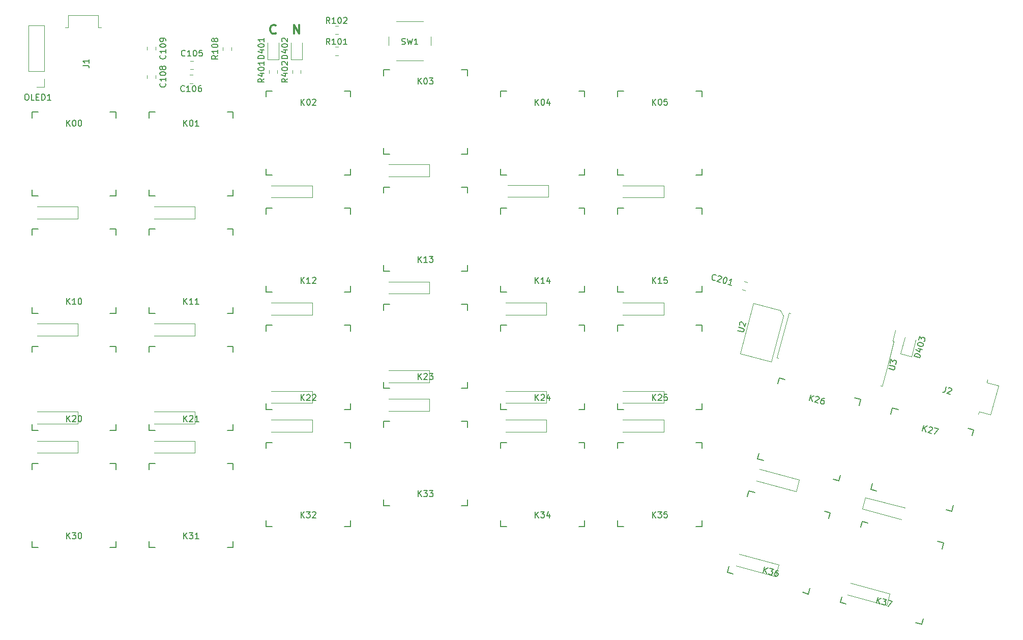
<source format=gto>
G04 #@! TF.GenerationSoftware,KiCad,Pcbnew,(5.1.4)-1*
G04 #@! TF.CreationDate,2020-05-29T20:33:55-05:00*
G04 #@! TF.ProjectId,Keeb,4b656562-2e6b-4696-9361-645f70636258,rev?*
G04 #@! TF.SameCoordinates,Original*
G04 #@! TF.FileFunction,Legend,Top*
G04 #@! TF.FilePolarity,Positive*
%FSLAX46Y46*%
G04 Gerber Fmt 4.6, Leading zero omitted, Abs format (unit mm)*
G04 Created by KiCad (PCBNEW (5.1.4)-1) date 2020-05-29 20:33:55*
%MOMM*%
%LPD*%
G04 APERTURE LIST*
%ADD10C,0.300000*%
%ADD11C,0.150000*%
%ADD12C,0.120000*%
G04 APERTURE END LIST*
D10*
X242360319Y-34922105D02*
X242360319Y-33422105D01*
X243217462Y-34922105D01*
X243217462Y-33422105D01*
X239353176Y-34779248D02*
X239281748Y-34850676D01*
X239067462Y-34922105D01*
X238924605Y-34922105D01*
X238710319Y-34850676D01*
X238567462Y-34707819D01*
X238496033Y-34564962D01*
X238424605Y-34279248D01*
X238424605Y-34064962D01*
X238496033Y-33779248D01*
X238567462Y-33636391D01*
X238710319Y-33493534D01*
X238924605Y-33422105D01*
X239067462Y-33422105D01*
X239281748Y-33493534D01*
X239353176Y-33564962D01*
D11*
X218238891Y-61913534D02*
X218238891Y-60913534D01*
X219238891Y-61913534D02*
X218238891Y-61913534D01*
X218238891Y-47913534D02*
X219238891Y-47913534D01*
X218238891Y-48913534D02*
X218238891Y-47913534D01*
X232238891Y-47913534D02*
X232238891Y-48913534D01*
X231238891Y-47913534D02*
X232238891Y-47913534D01*
X232238891Y-61913534D02*
X231238891Y-61913534D01*
X232238891Y-60913534D02*
X232238891Y-61913534D01*
D12*
X277896215Y-62097120D02*
X284696215Y-62097120D01*
X284696215Y-62097120D02*
X284696215Y-60097120D01*
X284696215Y-60097120D02*
X277896215Y-60097120D01*
X357664122Y-92939453D02*
X357793531Y-92456490D01*
X356370026Y-97769082D02*
X356240617Y-98252045D01*
X359595973Y-93457091D02*
X357664122Y-92939453D01*
X358301878Y-98286720D02*
X359595973Y-93457091D01*
X356370026Y-97769082D02*
X358301878Y-98286720D01*
X204798892Y-33867120D02*
X204298892Y-33867120D01*
X209798892Y-33867120D02*
X210298892Y-33867120D01*
X204798892Y-31867120D02*
X204798892Y-33867120D01*
X209798892Y-31867120D02*
X204798892Y-31867120D01*
X209798892Y-33867120D02*
X209798892Y-31867120D01*
X200828891Y-43763534D02*
X199498891Y-43763534D01*
X200828891Y-42433534D02*
X200828891Y-43763534D01*
X200828891Y-41163534D02*
X198168891Y-41163534D01*
X198168891Y-41163534D02*
X198168891Y-33483534D01*
X200828891Y-41163534D02*
X200828891Y-33483534D01*
X200828891Y-33483534D02*
X198168891Y-33483534D01*
X334448776Y-128292705D02*
X341017072Y-130052675D01*
X341017072Y-130052675D02*
X341534710Y-128120823D01*
X341534710Y-128120823D02*
X334966414Y-126360854D01*
X315923777Y-123417707D02*
X322492073Y-125177677D01*
X322492073Y-125177677D02*
X323009711Y-123245825D01*
X323009711Y-123245825D02*
X316441415Y-121485856D01*
X297078892Y-101163665D02*
X303878892Y-101163665D01*
X303878892Y-101163665D02*
X303878892Y-99163665D01*
X303878892Y-99163665D02*
X297078892Y-99163665D01*
X277578891Y-101163667D02*
X284378891Y-101163667D01*
X284378891Y-101163667D02*
X284378891Y-99163667D01*
X284378891Y-99163667D02*
X277578891Y-99163667D01*
X258078891Y-97663667D02*
X264878891Y-97663667D01*
X264878891Y-97663667D02*
X264878891Y-95663667D01*
X264878891Y-95663667D02*
X258078891Y-95663667D01*
X238578891Y-101163666D02*
X245378891Y-101163666D01*
X245378891Y-101163666D02*
X245378891Y-99163666D01*
X245378891Y-99163666D02*
X238578891Y-99163666D01*
X219078891Y-104663534D02*
X225878891Y-104663534D01*
X225878891Y-104663534D02*
X225878891Y-102663534D01*
X225878891Y-102663534D02*
X219078891Y-102663534D01*
X199578891Y-104663533D02*
X206378891Y-104663533D01*
X206378891Y-104663533D02*
X206378891Y-102663533D01*
X206378891Y-102663533D02*
X199578891Y-102663533D01*
X344006205Y-113817588D02*
X337437909Y-112057618D01*
X337437909Y-112057618D02*
X336920271Y-113989470D01*
X336920271Y-113989470D02*
X343488567Y-115749439D01*
X319336276Y-109280206D02*
X325904572Y-111040176D01*
X325904572Y-111040176D02*
X326422210Y-109108324D01*
X326422210Y-109108324D02*
X319853914Y-107348355D01*
X297076391Y-96376034D02*
X303876391Y-96376034D01*
X303876391Y-96376034D02*
X303876391Y-94376034D01*
X303876391Y-94376034D02*
X297076391Y-94376034D01*
X277576392Y-96376032D02*
X284376392Y-96376032D01*
X284376392Y-96376032D02*
X284376392Y-94376032D01*
X284376392Y-94376032D02*
X277576392Y-94376032D01*
X258076391Y-92963534D02*
X264876391Y-92963534D01*
X264876391Y-92963534D02*
X264876391Y-90963534D01*
X264876391Y-90963534D02*
X258076391Y-90963534D01*
X238576393Y-96376034D02*
X245376393Y-96376034D01*
X245376393Y-96376034D02*
X245376393Y-94376034D01*
X245376393Y-94376034D02*
X238576393Y-94376034D01*
X219076392Y-99788532D02*
X225876392Y-99788532D01*
X225876392Y-99788532D02*
X225876392Y-97788532D01*
X225876392Y-97788532D02*
X219076392Y-97788532D01*
X199576391Y-99788533D02*
X206376391Y-99788533D01*
X206376391Y-99788533D02*
X206376391Y-97788533D01*
X206376391Y-97788533D02*
X199576391Y-97788533D01*
X297078891Y-81663667D02*
X303878891Y-81663667D01*
X303878891Y-81663667D02*
X303878891Y-79663667D01*
X303878891Y-79663667D02*
X297078891Y-79663667D01*
X277578891Y-81663667D02*
X284378891Y-81663667D01*
X284378891Y-81663667D02*
X284378891Y-79663667D01*
X284378891Y-79663667D02*
X277578891Y-79663667D01*
X258078893Y-78163667D02*
X264878893Y-78163667D01*
X264878893Y-78163667D02*
X264878893Y-76163667D01*
X264878893Y-76163667D02*
X258078893Y-76163667D01*
X238578892Y-81663667D02*
X245378892Y-81663667D01*
X245378892Y-81663667D02*
X245378892Y-79663667D01*
X245378892Y-79663667D02*
X238578892Y-79663667D01*
X219078891Y-85163532D02*
X225878891Y-85163532D01*
X225878891Y-85163532D02*
X225878891Y-83163532D01*
X225878891Y-83163532D02*
X219078891Y-83163532D01*
X199578891Y-85163534D02*
X206378891Y-85163534D01*
X206378891Y-85163534D02*
X206378891Y-83163534D01*
X206378891Y-83163534D02*
X199578891Y-83163534D01*
X297078891Y-62163667D02*
X303878891Y-62163667D01*
X303878891Y-62163667D02*
X303878891Y-60163667D01*
X303878891Y-60163667D02*
X297078891Y-60163667D01*
X258078891Y-58663666D02*
X264878891Y-58663666D01*
X264878891Y-58663666D02*
X264878891Y-56663666D01*
X264878891Y-56663666D02*
X258078891Y-56663666D01*
X238578891Y-62163665D02*
X245378891Y-62163665D01*
X245378891Y-62163665D02*
X245378891Y-60163665D01*
X245378891Y-60163665D02*
X238578891Y-60163665D01*
X219078891Y-65663534D02*
X225878891Y-65663534D01*
X225878891Y-65663534D02*
X225878891Y-63663534D01*
X225878891Y-63663534D02*
X219078891Y-63663534D01*
X199576391Y-65663535D02*
X206376391Y-65663535D01*
X206376391Y-65663535D02*
X206376391Y-63663535D01*
X206376391Y-63663535D02*
X199576391Y-63663535D01*
D11*
X350447332Y-119667566D02*
X350188513Y-120633491D01*
X349481406Y-119408746D02*
X350447332Y-119667566D01*
X346823865Y-133190527D02*
X345857940Y-132931708D01*
X347082685Y-132224601D02*
X346823865Y-133190527D01*
X333300904Y-129567060D02*
X333559723Y-128601135D01*
X334266830Y-129825880D02*
X333300904Y-129567060D01*
X336924371Y-116044099D02*
X337890296Y-116302918D01*
X336665551Y-117010025D02*
X336924371Y-116044099D01*
X331611779Y-114620594D02*
X331352960Y-115586519D01*
X330645853Y-114361774D02*
X331611779Y-114620594D01*
X327988312Y-128143555D02*
X327022387Y-127884736D01*
X328247132Y-127177629D02*
X327988312Y-128143555D01*
X314465351Y-124520088D02*
X314724170Y-123554163D01*
X315431277Y-124778908D02*
X314465351Y-124520088D01*
X318088818Y-110997127D02*
X319054743Y-111255946D01*
X317829998Y-111963053D02*
X318088818Y-110997127D01*
X310238893Y-102913667D02*
X310238893Y-103913667D01*
X309238893Y-102913667D02*
X310238893Y-102913667D01*
X310238893Y-116913667D02*
X309238893Y-116913667D01*
X310238893Y-115913667D02*
X310238893Y-116913667D01*
X296238893Y-116913667D02*
X296238893Y-115913667D01*
X297238893Y-116913667D02*
X296238893Y-116913667D01*
X296238893Y-102913667D02*
X297238893Y-102913667D01*
X296238893Y-103913667D02*
X296238893Y-102913667D01*
X290738891Y-102913667D02*
X290738891Y-103913667D01*
X289738891Y-102913667D02*
X290738891Y-102913667D01*
X290738891Y-116913667D02*
X289738891Y-116913667D01*
X290738891Y-115913667D02*
X290738891Y-116913667D01*
X276738891Y-116913667D02*
X276738891Y-115913667D01*
X277738891Y-116913667D02*
X276738891Y-116913667D01*
X276738891Y-102913667D02*
X277738891Y-102913667D01*
X276738891Y-103913667D02*
X276738891Y-102913667D01*
X271238891Y-99413667D02*
X271238891Y-100413667D01*
X270238891Y-99413667D02*
X271238891Y-99413667D01*
X271238891Y-113413667D02*
X270238891Y-113413667D01*
X271238891Y-112413667D02*
X271238891Y-113413667D01*
X257238891Y-113413667D02*
X257238891Y-112413667D01*
X258238891Y-113413667D02*
X257238891Y-113413667D01*
X257238891Y-99413667D02*
X258238891Y-99413667D01*
X257238891Y-100413667D02*
X257238891Y-99413667D01*
X251738891Y-102913665D02*
X251738891Y-103913665D01*
X250738891Y-102913665D02*
X251738891Y-102913665D01*
X251738891Y-116913665D02*
X250738891Y-116913665D01*
X251738891Y-115913665D02*
X251738891Y-116913665D01*
X237738891Y-116913665D02*
X237738891Y-115913665D01*
X238738891Y-116913665D02*
X237738891Y-116913665D01*
X237738891Y-102913665D02*
X238738891Y-102913665D01*
X237738891Y-103913665D02*
X237738891Y-102913665D01*
X232238891Y-106413534D02*
X232238891Y-107413534D01*
X231238891Y-106413534D02*
X232238891Y-106413534D01*
X232238891Y-120413534D02*
X231238891Y-120413534D01*
X232238891Y-119413534D02*
X232238891Y-120413534D01*
X218238891Y-120413534D02*
X218238891Y-119413534D01*
X219238891Y-120413534D02*
X218238891Y-120413534D01*
X218238891Y-106413534D02*
X219238891Y-106413534D01*
X218238891Y-107413534D02*
X218238891Y-106413534D01*
X212738891Y-106413534D02*
X212738891Y-107413534D01*
X211738891Y-106413534D02*
X212738891Y-106413534D01*
X212738891Y-120413534D02*
X211738891Y-120413534D01*
X212738891Y-119413534D02*
X212738891Y-120413534D01*
X198738891Y-120413534D02*
X198738891Y-119413534D01*
X199738891Y-120413534D02*
X198738891Y-120413534D01*
X198738891Y-106413534D02*
X199738891Y-106413534D01*
X198738891Y-107413534D02*
X198738891Y-106413534D01*
X338347876Y-110731507D02*
X338606695Y-109765582D01*
X339313802Y-110990327D02*
X338347876Y-110731507D01*
X341971343Y-97208546D02*
X342937268Y-97467365D01*
X341712523Y-98174472D02*
X341971343Y-97208546D01*
X355494304Y-100832013D02*
X355235485Y-101797938D01*
X354528378Y-100573193D02*
X355494304Y-100832013D01*
X351870837Y-114354974D02*
X350904912Y-114096155D01*
X352129657Y-113389048D02*
X351870837Y-114354974D01*
X319512322Y-105684536D02*
X319771141Y-104718611D01*
X320478248Y-105943356D02*
X319512322Y-105684536D01*
X323135789Y-92161575D02*
X324101714Y-92420394D01*
X322876969Y-93127501D02*
X323135789Y-92161575D01*
X336658750Y-95785042D02*
X336399931Y-96750967D01*
X335692824Y-95526222D02*
X336658750Y-95785042D01*
X333035283Y-109308003D02*
X332069358Y-109049184D01*
X333294103Y-108342077D02*
X333035283Y-109308003D01*
X310238891Y-83413667D02*
X310238891Y-84413667D01*
X309238891Y-83413667D02*
X310238891Y-83413667D01*
X310238891Y-97413667D02*
X309238891Y-97413667D01*
X310238891Y-96413667D02*
X310238891Y-97413667D01*
X296238891Y-97413667D02*
X296238891Y-96413667D01*
X297238891Y-97413667D02*
X296238891Y-97413667D01*
X296238891Y-83413667D02*
X297238891Y-83413667D01*
X296238891Y-84413667D02*
X296238891Y-83413667D01*
X290738893Y-83413667D02*
X290738893Y-84413667D01*
X289738893Y-83413667D02*
X290738893Y-83413667D01*
X290738893Y-97413667D02*
X289738893Y-97413667D01*
X290738893Y-96413667D02*
X290738893Y-97413667D01*
X276738893Y-97413667D02*
X276738893Y-96413667D01*
X277738893Y-97413667D02*
X276738893Y-97413667D01*
X276738893Y-83413667D02*
X277738893Y-83413667D01*
X276738893Y-84413667D02*
X276738893Y-83413667D01*
X271238889Y-79913667D02*
X271238889Y-80913667D01*
X270238889Y-79913667D02*
X271238889Y-79913667D01*
X271238889Y-93913667D02*
X270238889Y-93913667D01*
X271238889Y-92913667D02*
X271238889Y-93913667D01*
X257238889Y-93913667D02*
X257238889Y-92913667D01*
X258238889Y-93913667D02*
X257238889Y-93913667D01*
X257238889Y-79913667D02*
X258238889Y-79913667D01*
X257238889Y-80913667D02*
X257238889Y-79913667D01*
X251738891Y-83413667D02*
X251738891Y-84413667D01*
X250738891Y-83413667D02*
X251738891Y-83413667D01*
X251738891Y-97413667D02*
X250738891Y-97413667D01*
X251738891Y-96413667D02*
X251738891Y-97413667D01*
X237738891Y-97413667D02*
X237738891Y-96413667D01*
X238738891Y-97413667D02*
X237738891Y-97413667D01*
X237738891Y-83413667D02*
X238738891Y-83413667D01*
X237738891Y-84413667D02*
X237738891Y-83413667D01*
X232238891Y-86913534D02*
X232238891Y-87913534D01*
X231238891Y-86913534D02*
X232238891Y-86913534D01*
X232238891Y-100913534D02*
X231238891Y-100913534D01*
X232238891Y-99913534D02*
X232238891Y-100913534D01*
X218238891Y-100913534D02*
X218238891Y-99913534D01*
X219238891Y-100913534D02*
X218238891Y-100913534D01*
X218238891Y-86913534D02*
X219238891Y-86913534D01*
X218238891Y-87913534D02*
X218238891Y-86913534D01*
X212738891Y-86913532D02*
X212738891Y-87913532D01*
X211738891Y-86913532D02*
X212738891Y-86913532D01*
X212738891Y-100913532D02*
X211738891Y-100913532D01*
X212738891Y-99913532D02*
X212738891Y-100913532D01*
X198738891Y-100913532D02*
X198738891Y-99913532D01*
X199738891Y-100913532D02*
X198738891Y-100913532D01*
X198738891Y-86913532D02*
X199738891Y-86913532D01*
X198738891Y-87913532D02*
X198738891Y-86913532D01*
X310238891Y-63913667D02*
X310238891Y-64913667D01*
X309238891Y-63913667D02*
X310238891Y-63913667D01*
X310238891Y-77913667D02*
X309238891Y-77913667D01*
X310238891Y-76913667D02*
X310238891Y-77913667D01*
X296238891Y-77913667D02*
X296238891Y-76913667D01*
X297238891Y-77913667D02*
X296238891Y-77913667D01*
X296238891Y-63913667D02*
X297238891Y-63913667D01*
X296238891Y-64913667D02*
X296238891Y-63913667D01*
X290738891Y-63913665D02*
X290738891Y-64913665D01*
X289738891Y-63913665D02*
X290738891Y-63913665D01*
X290738891Y-77913665D02*
X289738891Y-77913665D01*
X290738891Y-76913665D02*
X290738891Y-77913665D01*
X276738891Y-77913665D02*
X276738891Y-76913665D01*
X277738891Y-77913665D02*
X276738891Y-77913665D01*
X276738891Y-63913665D02*
X277738891Y-63913665D01*
X276738891Y-64913665D02*
X276738891Y-63913665D01*
X271238892Y-60413665D02*
X271238892Y-61413665D01*
X270238892Y-60413665D02*
X271238892Y-60413665D01*
X271238892Y-74413665D02*
X270238892Y-74413665D01*
X271238892Y-73413665D02*
X271238892Y-74413665D01*
X257238892Y-74413665D02*
X257238892Y-73413665D01*
X258238892Y-74413665D02*
X257238892Y-74413665D01*
X257238892Y-60413665D02*
X258238892Y-60413665D01*
X257238892Y-61413665D02*
X257238892Y-60413665D01*
X251738891Y-63913667D02*
X251738891Y-64913667D01*
X250738891Y-63913667D02*
X251738891Y-63913667D01*
X251738891Y-77913667D02*
X250738891Y-77913667D01*
X251738891Y-76913667D02*
X251738891Y-77913667D01*
X237738891Y-77913667D02*
X237738891Y-76913667D01*
X238738891Y-77913667D02*
X237738891Y-77913667D01*
X237738891Y-63913667D02*
X238738891Y-63913667D01*
X237738891Y-64913667D02*
X237738891Y-63913667D01*
X232238892Y-67413532D02*
X232238892Y-68413532D01*
X231238892Y-67413532D02*
X232238892Y-67413532D01*
X232238892Y-81413532D02*
X231238892Y-81413532D01*
X232238892Y-80413532D02*
X232238892Y-81413532D01*
X218238892Y-81413532D02*
X218238892Y-80413532D01*
X219238892Y-81413532D02*
X218238892Y-81413532D01*
X218238892Y-67413532D02*
X219238892Y-67413532D01*
X218238892Y-68413532D02*
X218238892Y-67413532D01*
X212738891Y-67413534D02*
X212738891Y-68413534D01*
X211738891Y-67413534D02*
X212738891Y-67413534D01*
X212738891Y-81413534D02*
X211738891Y-81413534D01*
X212738891Y-80413534D02*
X212738891Y-81413534D01*
X198738891Y-81413534D02*
X198738891Y-80413534D01*
X199738891Y-81413534D02*
X198738891Y-81413534D01*
X198738891Y-67413534D02*
X199738891Y-67413534D01*
X198738891Y-68413534D02*
X198738891Y-67413534D01*
X296238891Y-58413665D02*
X296238891Y-57413665D01*
X297238891Y-58413665D02*
X296238891Y-58413665D01*
X296238891Y-44413665D02*
X297238891Y-44413665D01*
X296238891Y-45413665D02*
X296238891Y-44413665D01*
X310238891Y-44413665D02*
X310238891Y-45413665D01*
X309238891Y-44413665D02*
X310238891Y-44413665D01*
X310238891Y-58413665D02*
X309238891Y-58413665D01*
X310238891Y-57413665D02*
X310238891Y-58413665D01*
X276738891Y-58413667D02*
X276738891Y-57413667D01*
X277738891Y-58413667D02*
X276738891Y-58413667D01*
X276738891Y-44413667D02*
X277738891Y-44413667D01*
X276738891Y-45413667D02*
X276738891Y-44413667D01*
X290738891Y-44413667D02*
X290738891Y-45413667D01*
X289738891Y-44413667D02*
X290738891Y-44413667D01*
X290738891Y-58413667D02*
X289738891Y-58413667D01*
X290738891Y-57413667D02*
X290738891Y-58413667D01*
X257238893Y-54913666D02*
X257238893Y-53913666D01*
X258238893Y-54913666D02*
X257238893Y-54913666D01*
X257238893Y-40913666D02*
X258238893Y-40913666D01*
X257238893Y-41913666D02*
X257238893Y-40913666D01*
X271238893Y-40913666D02*
X271238893Y-41913666D01*
X270238893Y-40913666D02*
X271238893Y-40913666D01*
X271238893Y-54913666D02*
X270238893Y-54913666D01*
X271238893Y-53913666D02*
X271238893Y-54913666D01*
X237738891Y-58413667D02*
X237738891Y-57413667D01*
X238738891Y-58413667D02*
X237738891Y-58413667D01*
X237738891Y-44413667D02*
X238738891Y-44413667D01*
X237738891Y-45413667D02*
X237738891Y-44413667D01*
X251738891Y-44413667D02*
X251738891Y-45413667D01*
X250738891Y-44413667D02*
X251738891Y-44413667D01*
X251738891Y-58413667D02*
X250738891Y-58413667D01*
X251738891Y-57413667D02*
X251738891Y-58413667D01*
X198738890Y-61913666D02*
X198738890Y-60913666D01*
X199738890Y-61913666D02*
X198738890Y-61913666D01*
X198738890Y-47913666D02*
X199738890Y-47913666D01*
X198738890Y-48913666D02*
X198738890Y-47913666D01*
X212738890Y-47913666D02*
X212738890Y-48913666D01*
X211738890Y-47913666D02*
X212738890Y-47913666D01*
X212738890Y-61913666D02*
X211738890Y-61913666D01*
X212738890Y-60913666D02*
X212738890Y-61913666D01*
D12*
X323722190Y-85121760D02*
X322723148Y-88850234D01*
X322723148Y-88850234D02*
X322959800Y-88913645D01*
X323722190Y-85121760D02*
X324721232Y-81393287D01*
X324721232Y-81393287D02*
X324957883Y-81456697D01*
X341224766Y-89811562D02*
X340225724Y-93540035D01*
X340225724Y-93540035D02*
X339989073Y-93476625D01*
X341224766Y-89811562D02*
X342223808Y-86083088D01*
X342223808Y-86083088D02*
X341987156Y-86019677D01*
X341987156Y-86019677D02*
X342456912Y-84266522D01*
X323283735Y-80904581D02*
X323849420Y-81884377D01*
X323849420Y-81884377D02*
X321804750Y-89515191D01*
X321804750Y-89515191D02*
X316579091Y-88114980D01*
X316579091Y-88114980D02*
X318830816Y-79711425D01*
X318830816Y-79711425D02*
X323283735Y-80904581D01*
X265138891Y-36853534D02*
X265138891Y-35353534D01*
X263888891Y-32853534D02*
X259388891Y-32853534D01*
X258138891Y-35353534D02*
X258138891Y-36853534D01*
X259388891Y-39353534D02*
X263888891Y-39353534D01*
X242078892Y-41002282D02*
X242078892Y-41524786D01*
X243498892Y-41002282D02*
X243498892Y-41524786D01*
X238178892Y-41002280D02*
X238178892Y-41524784D01*
X239598892Y-41002280D02*
X239598892Y-41524784D01*
X230503715Y-37143368D02*
X230503715Y-37665872D01*
X231923715Y-37143368D02*
X231923715Y-37665872D01*
X249184963Y-34994620D02*
X249707467Y-34994620D01*
X249184963Y-33574620D02*
X249707467Y-33574620D01*
X249707467Y-38504620D02*
X249184963Y-38504620D01*
X249707467Y-37084620D02*
X249184963Y-37084620D01*
X345122276Y-88646122D02*
X345862499Y-85883574D01*
X343267699Y-88149190D02*
X345122276Y-88646122D01*
X344007921Y-85386642D02*
X343267699Y-88149190D01*
X243748891Y-39223532D02*
X243748891Y-36363532D01*
X241828891Y-39223532D02*
X243748891Y-39223532D01*
X241828891Y-36363532D02*
X241828891Y-39223532D01*
X239848892Y-39223533D02*
X239848892Y-36363533D01*
X237928892Y-39223533D02*
X239848892Y-39223533D01*
X237928892Y-36363533D02*
X237928892Y-39223533D01*
X317441492Y-77626454D02*
X316936791Y-77491220D01*
X317809015Y-76254840D02*
X317304314Y-76119606D01*
X219318891Y-37624786D02*
X219318891Y-37102282D01*
X217898891Y-37624786D02*
X217898891Y-37102282D01*
X217898891Y-41782282D02*
X217898891Y-42304786D01*
X219318891Y-41782282D02*
X219318891Y-42304786D01*
X225500143Y-41723534D02*
X224977639Y-41723534D01*
X225500143Y-43143534D02*
X224977639Y-43143534D01*
X225102463Y-40844620D02*
X225624967Y-40844620D01*
X225102463Y-39424620D02*
X225624967Y-39424620D01*
D11*
X224024605Y-50285914D02*
X224024605Y-49285914D01*
X224596033Y-50285914D02*
X224167462Y-49714486D01*
X224596033Y-49285914D02*
X224024605Y-49857343D01*
X225215081Y-49285914D02*
X225310319Y-49285914D01*
X225405557Y-49333534D01*
X225453176Y-49381153D01*
X225500795Y-49476391D01*
X225548414Y-49666867D01*
X225548414Y-49904962D01*
X225500795Y-50095438D01*
X225453176Y-50190676D01*
X225405557Y-50238295D01*
X225310319Y-50285914D01*
X225215081Y-50285914D01*
X225119843Y-50238295D01*
X225072224Y-50190676D01*
X225024605Y-50095438D01*
X224976986Y-49904962D01*
X224976986Y-49666867D01*
X225024605Y-49476391D01*
X225072224Y-49381153D01*
X225119843Y-49333534D01*
X225215081Y-49285914D01*
X226500795Y-50285914D02*
X225929367Y-50285914D01*
X226215081Y-50285914D02*
X226215081Y-49285914D01*
X226119843Y-49428772D01*
X226024605Y-49524010D01*
X225929367Y-49571629D01*
X350911867Y-93669083D02*
X350726997Y-94359030D01*
X350644026Y-94484695D01*
X350527384Y-94552038D01*
X350377070Y-94561061D01*
X350285077Y-94536411D01*
X351301186Y-93871998D02*
X351359507Y-93838327D01*
X351463825Y-93816980D01*
X351693807Y-93878603D01*
X351773476Y-93949249D01*
X351807147Y-94007570D01*
X351828494Y-94111888D01*
X351803845Y-94203881D01*
X351720874Y-94329546D01*
X351021020Y-94733607D01*
X351618974Y-94893828D01*
X207251272Y-40200453D02*
X207965558Y-40200453D01*
X208108415Y-40248072D01*
X208203653Y-40343310D01*
X208251272Y-40486167D01*
X208251272Y-40581405D01*
X208251272Y-39200453D02*
X208251272Y-39771881D01*
X208251272Y-39486167D02*
X207251272Y-39486167D01*
X207394130Y-39581405D01*
X207489368Y-39676643D01*
X207536987Y-39771881D01*
X197792643Y-44949500D02*
X197983119Y-44949500D01*
X198078357Y-44997120D01*
X198173595Y-45092358D01*
X198221215Y-45282834D01*
X198221215Y-45616167D01*
X198173595Y-45806643D01*
X198078357Y-45901881D01*
X197983119Y-45949500D01*
X197792643Y-45949500D01*
X197697405Y-45901881D01*
X197602167Y-45806643D01*
X197554548Y-45616167D01*
X197554548Y-45282834D01*
X197602167Y-45092358D01*
X197697405Y-44997120D01*
X197792643Y-44949500D01*
X199125976Y-45949500D02*
X198649786Y-45949500D01*
X198649786Y-44949500D01*
X199459310Y-45425691D02*
X199792643Y-45425691D01*
X199935500Y-45949500D02*
X199459310Y-45949500D01*
X199459310Y-44949500D01*
X199935500Y-44949500D01*
X200364072Y-45949500D02*
X200364072Y-44949500D01*
X200602167Y-44949500D01*
X200745024Y-44997120D01*
X200840262Y-45092358D01*
X200887881Y-45187596D01*
X200935500Y-45378072D01*
X200935500Y-45520929D01*
X200887881Y-45711405D01*
X200840262Y-45806643D01*
X200745024Y-45901881D01*
X200602167Y-45949500D01*
X200364072Y-45949500D01*
X201887881Y-45949500D02*
X201316453Y-45949500D01*
X201602167Y-45949500D02*
X201602167Y-44949500D01*
X201506929Y-45092358D01*
X201411691Y-45187596D01*
X201316453Y-45235215D01*
X339269322Y-129646902D02*
X339528141Y-128680976D01*
X339821279Y-129794798D02*
X339555208Y-129131918D01*
X340080098Y-128828872D02*
X339380244Y-129232933D01*
X340402074Y-128915145D02*
X341000028Y-129075367D01*
X340579455Y-129357066D01*
X340717444Y-129394040D01*
X340797112Y-129464686D01*
X340830784Y-129523007D01*
X340852131Y-129627324D01*
X340790508Y-129857307D01*
X340719862Y-129936975D01*
X340661541Y-129970647D01*
X340557223Y-129991994D01*
X340281244Y-129918045D01*
X340201576Y-129847400D01*
X340167904Y-129789078D01*
X341322003Y-129161640D02*
X341965954Y-129334186D01*
X341293166Y-130189189D01*
X320433769Y-124599930D02*
X320692588Y-123634004D01*
X320985726Y-124747826D02*
X320719655Y-124084946D01*
X321244545Y-123781900D02*
X320544691Y-124185961D01*
X321566521Y-123868173D02*
X322164475Y-124028395D01*
X321743902Y-124310094D01*
X321881891Y-124347068D01*
X321961559Y-124417714D01*
X321995231Y-124476035D01*
X322016578Y-124580352D01*
X321954955Y-124810335D01*
X321884309Y-124890003D01*
X321825988Y-124923675D01*
X321721670Y-124945022D01*
X321445691Y-124871073D01*
X321366023Y-124800428D01*
X321332351Y-124742106D01*
X322992411Y-124250240D02*
X322808425Y-124200941D01*
X322704108Y-124222288D01*
X322645786Y-124255960D01*
X322516819Y-124369300D01*
X322421524Y-124540961D01*
X322322926Y-124908932D01*
X322344273Y-125013250D01*
X322377945Y-125071571D01*
X322457613Y-125142217D01*
X322641599Y-125191516D01*
X322745917Y-125170169D01*
X322804238Y-125136497D01*
X322874884Y-125056829D01*
X322936508Y-124826847D01*
X322915161Y-124722529D01*
X322881489Y-124664208D01*
X322801821Y-124593562D01*
X322617835Y-124544263D01*
X322513517Y-124565610D01*
X322455196Y-124599282D01*
X322384550Y-124678950D01*
X302024607Y-115446047D02*
X302024607Y-114446047D01*
X302596035Y-115446047D02*
X302167464Y-114874619D01*
X302596035Y-114446047D02*
X302024607Y-115017476D01*
X302929369Y-114446047D02*
X303548416Y-114446047D01*
X303215083Y-114827000D01*
X303357940Y-114827000D01*
X303453178Y-114874619D01*
X303500797Y-114922238D01*
X303548416Y-115017476D01*
X303548416Y-115255571D01*
X303500797Y-115350809D01*
X303453178Y-115398428D01*
X303357940Y-115446047D01*
X303072226Y-115446047D01*
X302976988Y-115398428D01*
X302929369Y-115350809D01*
X304453178Y-114446047D02*
X303976988Y-114446047D01*
X303929369Y-114922238D01*
X303976988Y-114874619D01*
X304072226Y-114827000D01*
X304310321Y-114827000D01*
X304405559Y-114874619D01*
X304453178Y-114922238D01*
X304500797Y-115017476D01*
X304500797Y-115255571D01*
X304453178Y-115350809D01*
X304405559Y-115398428D01*
X304310321Y-115446047D01*
X304072226Y-115446047D01*
X303976988Y-115398428D01*
X303929369Y-115350809D01*
X282524605Y-115446047D02*
X282524605Y-114446047D01*
X283096033Y-115446047D02*
X282667462Y-114874619D01*
X283096033Y-114446047D02*
X282524605Y-115017476D01*
X283429367Y-114446047D02*
X284048414Y-114446047D01*
X283715081Y-114827000D01*
X283857938Y-114827000D01*
X283953176Y-114874619D01*
X284000795Y-114922238D01*
X284048414Y-115017476D01*
X284048414Y-115255571D01*
X284000795Y-115350809D01*
X283953176Y-115398428D01*
X283857938Y-115446047D01*
X283572224Y-115446047D01*
X283476986Y-115398428D01*
X283429367Y-115350809D01*
X284905557Y-114779381D02*
X284905557Y-115446047D01*
X284667462Y-114398428D02*
X284429367Y-115112714D01*
X285048414Y-115112714D01*
X263024605Y-111946047D02*
X263024605Y-110946047D01*
X263596033Y-111946047D02*
X263167462Y-111374619D01*
X263596033Y-110946047D02*
X263024605Y-111517476D01*
X263929367Y-110946047D02*
X264548414Y-110946047D01*
X264215081Y-111327000D01*
X264357938Y-111327000D01*
X264453176Y-111374619D01*
X264500795Y-111422238D01*
X264548414Y-111517476D01*
X264548414Y-111755571D01*
X264500795Y-111850809D01*
X264453176Y-111898428D01*
X264357938Y-111946047D01*
X264072224Y-111946047D01*
X263976986Y-111898428D01*
X263929367Y-111850809D01*
X264881748Y-110946047D02*
X265500795Y-110946047D01*
X265167462Y-111327000D01*
X265310319Y-111327000D01*
X265405557Y-111374619D01*
X265453176Y-111422238D01*
X265500795Y-111517476D01*
X265500795Y-111755571D01*
X265453176Y-111850809D01*
X265405557Y-111898428D01*
X265310319Y-111946047D01*
X265024605Y-111946047D01*
X264929367Y-111898428D01*
X264881748Y-111850809D01*
X243524605Y-115446045D02*
X243524605Y-114446045D01*
X244096033Y-115446045D02*
X243667462Y-114874617D01*
X244096033Y-114446045D02*
X243524605Y-115017474D01*
X244429367Y-114446045D02*
X245048414Y-114446045D01*
X244715081Y-114826998D01*
X244857938Y-114826998D01*
X244953176Y-114874617D01*
X245000795Y-114922236D01*
X245048414Y-115017474D01*
X245048414Y-115255569D01*
X245000795Y-115350807D01*
X244953176Y-115398426D01*
X244857938Y-115446045D01*
X244572224Y-115446045D01*
X244476986Y-115398426D01*
X244429367Y-115350807D01*
X245429367Y-114541284D02*
X245476986Y-114493665D01*
X245572224Y-114446045D01*
X245810319Y-114446045D01*
X245905557Y-114493665D01*
X245953176Y-114541284D01*
X246000795Y-114636522D01*
X246000795Y-114731760D01*
X245953176Y-114874617D01*
X245381748Y-115446045D01*
X246000795Y-115446045D01*
X224024605Y-118945914D02*
X224024605Y-117945914D01*
X224596033Y-118945914D02*
X224167462Y-118374486D01*
X224596033Y-117945914D02*
X224024605Y-118517343D01*
X224929367Y-117945914D02*
X225548414Y-117945914D01*
X225215081Y-118326867D01*
X225357938Y-118326867D01*
X225453176Y-118374486D01*
X225500795Y-118422105D01*
X225548414Y-118517343D01*
X225548414Y-118755438D01*
X225500795Y-118850676D01*
X225453176Y-118898295D01*
X225357938Y-118945914D01*
X225072224Y-118945914D01*
X224976986Y-118898295D01*
X224929367Y-118850676D01*
X226500795Y-118945914D02*
X225929367Y-118945914D01*
X226215081Y-118945914D02*
X226215081Y-117945914D01*
X226119843Y-118088772D01*
X226024605Y-118184010D01*
X225929367Y-118231629D01*
X204524605Y-118945914D02*
X204524605Y-117945914D01*
X205096033Y-118945914D02*
X204667462Y-118374486D01*
X205096033Y-117945914D02*
X204524605Y-118517343D01*
X205429367Y-117945914D02*
X206048414Y-117945914D01*
X205715081Y-118326867D01*
X205857938Y-118326867D01*
X205953176Y-118374486D01*
X206000795Y-118422105D01*
X206048414Y-118517343D01*
X206048414Y-118755438D01*
X206000795Y-118850676D01*
X205953176Y-118898295D01*
X205857938Y-118945914D01*
X205572224Y-118945914D01*
X205476986Y-118898295D01*
X205429367Y-118850676D01*
X206667462Y-117945914D02*
X206762700Y-117945914D01*
X206857938Y-117993534D01*
X206905557Y-118041153D01*
X206953176Y-118136391D01*
X207000795Y-118326867D01*
X207000795Y-118564962D01*
X206953176Y-118755438D01*
X206905557Y-118850676D01*
X206857938Y-118898295D01*
X206762700Y-118945914D01*
X206667462Y-118945914D01*
X206572224Y-118898295D01*
X206524605Y-118850676D01*
X206476986Y-118755438D01*
X206429367Y-118564962D01*
X206429367Y-118326867D01*
X206476986Y-118136391D01*
X206524605Y-118041153D01*
X206572224Y-117993534D01*
X206667462Y-117945914D01*
X346945896Y-100997543D02*
X347204715Y-100031617D01*
X347497853Y-101145439D02*
X347231782Y-100482559D01*
X347756672Y-100179513D02*
X347056818Y-100583574D01*
X348099995Y-100370104D02*
X348158316Y-100336432D01*
X348262634Y-100315085D01*
X348492616Y-100376709D01*
X348572284Y-100447355D01*
X348605956Y-100505676D01*
X348627303Y-100609994D01*
X348602653Y-100701987D01*
X348519683Y-100827651D01*
X347819829Y-101231712D01*
X348417783Y-101391934D01*
X348998577Y-100512281D02*
X349642528Y-100684827D01*
X348969740Y-101539830D01*
X328110342Y-95950572D02*
X328369161Y-94984646D01*
X328662299Y-96098468D02*
X328396228Y-95435588D01*
X328921118Y-95132542D02*
X328221264Y-95536603D01*
X329264441Y-95323133D02*
X329322762Y-95289461D01*
X329427080Y-95268114D01*
X329657062Y-95329738D01*
X329736730Y-95400384D01*
X329770402Y-95458705D01*
X329791749Y-95563023D01*
X329767099Y-95655016D01*
X329684129Y-95780680D01*
X328984275Y-96184741D01*
X329582229Y-96344963D01*
X330668984Y-95600882D02*
X330484998Y-95551583D01*
X330380681Y-95572930D01*
X330322359Y-95606602D01*
X330193392Y-95719942D01*
X330098097Y-95891603D01*
X329999499Y-96259574D01*
X330020846Y-96363892D01*
X330054518Y-96422213D01*
X330134186Y-96492859D01*
X330318172Y-96542158D01*
X330422490Y-96520811D01*
X330480811Y-96487139D01*
X330551457Y-96407471D01*
X330613081Y-96177489D01*
X330591734Y-96073171D01*
X330558062Y-96014850D01*
X330478394Y-95944204D01*
X330294408Y-95894905D01*
X330190090Y-95916252D01*
X330131769Y-95949924D01*
X330061123Y-96029592D01*
X302024605Y-95946047D02*
X302024605Y-94946047D01*
X302596033Y-95946047D02*
X302167462Y-95374619D01*
X302596033Y-94946047D02*
X302024605Y-95517476D01*
X302976986Y-95041286D02*
X303024605Y-94993667D01*
X303119843Y-94946047D01*
X303357938Y-94946047D01*
X303453176Y-94993667D01*
X303500795Y-95041286D01*
X303548414Y-95136524D01*
X303548414Y-95231762D01*
X303500795Y-95374619D01*
X302929367Y-95946047D01*
X303548414Y-95946047D01*
X304453176Y-94946047D02*
X303976986Y-94946047D01*
X303929367Y-95422238D01*
X303976986Y-95374619D01*
X304072224Y-95327000D01*
X304310319Y-95327000D01*
X304405557Y-95374619D01*
X304453176Y-95422238D01*
X304500795Y-95517476D01*
X304500795Y-95755571D01*
X304453176Y-95850809D01*
X304405557Y-95898428D01*
X304310319Y-95946047D01*
X304072224Y-95946047D01*
X303976986Y-95898428D01*
X303929367Y-95850809D01*
X282524607Y-95946047D02*
X282524607Y-94946047D01*
X283096035Y-95946047D02*
X282667464Y-95374619D01*
X283096035Y-94946047D02*
X282524607Y-95517476D01*
X283476988Y-95041286D02*
X283524607Y-94993667D01*
X283619845Y-94946047D01*
X283857940Y-94946047D01*
X283953178Y-94993667D01*
X284000797Y-95041286D01*
X284048416Y-95136524D01*
X284048416Y-95231762D01*
X284000797Y-95374619D01*
X283429369Y-95946047D01*
X284048416Y-95946047D01*
X284905559Y-95279381D02*
X284905559Y-95946047D01*
X284667464Y-94898428D02*
X284429369Y-95612714D01*
X285048416Y-95612714D01*
X263024603Y-92446047D02*
X263024603Y-91446047D01*
X263596031Y-92446047D02*
X263167460Y-91874619D01*
X263596031Y-91446047D02*
X263024603Y-92017476D01*
X263976984Y-91541286D02*
X264024603Y-91493667D01*
X264119841Y-91446047D01*
X264357936Y-91446047D01*
X264453174Y-91493667D01*
X264500793Y-91541286D01*
X264548412Y-91636524D01*
X264548412Y-91731762D01*
X264500793Y-91874619D01*
X263929365Y-92446047D01*
X264548412Y-92446047D01*
X264881746Y-91446047D02*
X265500793Y-91446047D01*
X265167460Y-91827000D01*
X265310317Y-91827000D01*
X265405555Y-91874619D01*
X265453174Y-91922238D01*
X265500793Y-92017476D01*
X265500793Y-92255571D01*
X265453174Y-92350809D01*
X265405555Y-92398428D01*
X265310317Y-92446047D01*
X265024603Y-92446047D01*
X264929365Y-92398428D01*
X264881746Y-92350809D01*
X243524605Y-95946047D02*
X243524605Y-94946047D01*
X244096033Y-95946047D02*
X243667462Y-95374619D01*
X244096033Y-94946047D02*
X243524605Y-95517476D01*
X244476986Y-95041286D02*
X244524605Y-94993667D01*
X244619843Y-94946047D01*
X244857938Y-94946047D01*
X244953176Y-94993667D01*
X245000795Y-95041286D01*
X245048414Y-95136524D01*
X245048414Y-95231762D01*
X245000795Y-95374619D01*
X244429367Y-95946047D01*
X245048414Y-95946047D01*
X245429367Y-95041286D02*
X245476986Y-94993667D01*
X245572224Y-94946047D01*
X245810319Y-94946047D01*
X245905557Y-94993667D01*
X245953176Y-95041286D01*
X246000795Y-95136524D01*
X246000795Y-95231762D01*
X245953176Y-95374619D01*
X245381748Y-95946047D01*
X246000795Y-95946047D01*
X224024605Y-99445914D02*
X224024605Y-98445914D01*
X224596033Y-99445914D02*
X224167462Y-98874486D01*
X224596033Y-98445914D02*
X224024605Y-99017343D01*
X224976986Y-98541153D02*
X225024605Y-98493534D01*
X225119843Y-98445914D01*
X225357938Y-98445914D01*
X225453176Y-98493534D01*
X225500795Y-98541153D01*
X225548414Y-98636391D01*
X225548414Y-98731629D01*
X225500795Y-98874486D01*
X224929367Y-99445914D01*
X225548414Y-99445914D01*
X226500795Y-99445914D02*
X225929367Y-99445914D01*
X226215081Y-99445914D02*
X226215081Y-98445914D01*
X226119843Y-98588772D01*
X226024605Y-98684010D01*
X225929367Y-98731629D01*
X204524605Y-99445912D02*
X204524605Y-98445912D01*
X205096033Y-99445912D02*
X204667462Y-98874484D01*
X205096033Y-98445912D02*
X204524605Y-99017341D01*
X205476986Y-98541151D02*
X205524605Y-98493532D01*
X205619843Y-98445912D01*
X205857938Y-98445912D01*
X205953176Y-98493532D01*
X206000795Y-98541151D01*
X206048414Y-98636389D01*
X206048414Y-98731627D01*
X206000795Y-98874484D01*
X205429367Y-99445912D01*
X206048414Y-99445912D01*
X206667462Y-98445912D02*
X206762700Y-98445912D01*
X206857938Y-98493532D01*
X206905557Y-98541151D01*
X206953176Y-98636389D01*
X207000795Y-98826865D01*
X207000795Y-99064960D01*
X206953176Y-99255436D01*
X206905557Y-99350674D01*
X206857938Y-99398293D01*
X206762700Y-99445912D01*
X206667462Y-99445912D01*
X206572224Y-99398293D01*
X206524605Y-99350674D01*
X206476986Y-99255436D01*
X206429367Y-99064960D01*
X206429367Y-98826865D01*
X206476986Y-98636389D01*
X206524605Y-98541151D01*
X206572224Y-98493532D01*
X206667462Y-98445912D01*
X302024605Y-76446047D02*
X302024605Y-75446047D01*
X302596033Y-76446047D02*
X302167462Y-75874619D01*
X302596033Y-75446047D02*
X302024605Y-76017476D01*
X303548414Y-76446047D02*
X302976986Y-76446047D01*
X303262700Y-76446047D02*
X303262700Y-75446047D01*
X303167462Y-75588905D01*
X303072224Y-75684143D01*
X302976986Y-75731762D01*
X304453176Y-75446047D02*
X303976986Y-75446047D01*
X303929367Y-75922238D01*
X303976986Y-75874619D01*
X304072224Y-75827000D01*
X304310319Y-75827000D01*
X304405557Y-75874619D01*
X304453176Y-75922238D01*
X304500795Y-76017476D01*
X304500795Y-76255571D01*
X304453176Y-76350809D01*
X304405557Y-76398428D01*
X304310319Y-76446047D01*
X304072224Y-76446047D01*
X303976986Y-76398428D01*
X303929367Y-76350809D01*
X282524605Y-76446045D02*
X282524605Y-75446045D01*
X283096033Y-76446045D02*
X282667462Y-75874617D01*
X283096033Y-75446045D02*
X282524605Y-76017474D01*
X284048414Y-76446045D02*
X283476986Y-76446045D01*
X283762700Y-76446045D02*
X283762700Y-75446045D01*
X283667462Y-75588903D01*
X283572224Y-75684141D01*
X283476986Y-75731760D01*
X284905557Y-75779379D02*
X284905557Y-76446045D01*
X284667462Y-75398426D02*
X284429367Y-76112712D01*
X285048414Y-76112712D01*
X263024606Y-72946045D02*
X263024606Y-71946045D01*
X263596034Y-72946045D02*
X263167463Y-72374617D01*
X263596034Y-71946045D02*
X263024606Y-72517474D01*
X264548415Y-72946045D02*
X263976987Y-72946045D01*
X264262701Y-72946045D02*
X264262701Y-71946045D01*
X264167463Y-72088903D01*
X264072225Y-72184141D01*
X263976987Y-72231760D01*
X264881749Y-71946045D02*
X265500796Y-71946045D01*
X265167463Y-72326998D01*
X265310320Y-72326998D01*
X265405558Y-72374617D01*
X265453177Y-72422236D01*
X265500796Y-72517474D01*
X265500796Y-72755569D01*
X265453177Y-72850807D01*
X265405558Y-72898426D01*
X265310320Y-72946045D01*
X265024606Y-72946045D01*
X264929368Y-72898426D01*
X264881749Y-72850807D01*
X243524605Y-76446047D02*
X243524605Y-75446047D01*
X244096033Y-76446047D02*
X243667462Y-75874619D01*
X244096033Y-75446047D02*
X243524605Y-76017476D01*
X245048414Y-76446047D02*
X244476986Y-76446047D01*
X244762700Y-76446047D02*
X244762700Y-75446047D01*
X244667462Y-75588905D01*
X244572224Y-75684143D01*
X244476986Y-75731762D01*
X245429367Y-75541286D02*
X245476986Y-75493667D01*
X245572224Y-75446047D01*
X245810319Y-75446047D01*
X245905557Y-75493667D01*
X245953176Y-75541286D01*
X246000795Y-75636524D01*
X246000795Y-75731762D01*
X245953176Y-75874619D01*
X245381748Y-76446047D01*
X246000795Y-76446047D01*
X224024606Y-79945912D02*
X224024606Y-78945912D01*
X224596034Y-79945912D02*
X224167463Y-79374484D01*
X224596034Y-78945912D02*
X224024606Y-79517341D01*
X225548415Y-79945912D02*
X224976987Y-79945912D01*
X225262701Y-79945912D02*
X225262701Y-78945912D01*
X225167463Y-79088770D01*
X225072225Y-79184008D01*
X224976987Y-79231627D01*
X226500796Y-79945912D02*
X225929368Y-79945912D01*
X226215082Y-79945912D02*
X226215082Y-78945912D01*
X226119844Y-79088770D01*
X226024606Y-79184008D01*
X225929368Y-79231627D01*
X204524605Y-79945914D02*
X204524605Y-78945914D01*
X205096033Y-79945914D02*
X204667462Y-79374486D01*
X205096033Y-78945914D02*
X204524605Y-79517343D01*
X206048414Y-79945914D02*
X205476986Y-79945914D01*
X205762700Y-79945914D02*
X205762700Y-78945914D01*
X205667462Y-79088772D01*
X205572224Y-79184010D01*
X205476986Y-79231629D01*
X206667462Y-78945914D02*
X206762700Y-78945914D01*
X206857938Y-78993534D01*
X206905557Y-79041153D01*
X206953176Y-79136391D01*
X207000795Y-79326867D01*
X207000795Y-79564962D01*
X206953176Y-79755438D01*
X206905557Y-79850676D01*
X206857938Y-79898295D01*
X206762700Y-79945914D01*
X206667462Y-79945914D01*
X206572224Y-79898295D01*
X206524605Y-79850676D01*
X206476986Y-79755438D01*
X206429367Y-79564962D01*
X206429367Y-79326867D01*
X206476986Y-79136391D01*
X206524605Y-79041153D01*
X206572224Y-78993534D01*
X206667462Y-78945914D01*
X302024605Y-46786045D02*
X302024605Y-45786045D01*
X302596033Y-46786045D02*
X302167462Y-46214617D01*
X302596033Y-45786045D02*
X302024605Y-46357474D01*
X303215081Y-45786045D02*
X303310319Y-45786045D01*
X303405557Y-45833665D01*
X303453176Y-45881284D01*
X303500795Y-45976522D01*
X303548414Y-46166998D01*
X303548414Y-46405093D01*
X303500795Y-46595569D01*
X303453176Y-46690807D01*
X303405557Y-46738426D01*
X303310319Y-46786045D01*
X303215081Y-46786045D01*
X303119843Y-46738426D01*
X303072224Y-46690807D01*
X303024605Y-46595569D01*
X302976986Y-46405093D01*
X302976986Y-46166998D01*
X303024605Y-45976522D01*
X303072224Y-45881284D01*
X303119843Y-45833665D01*
X303215081Y-45786045D01*
X304453176Y-45786045D02*
X303976986Y-45786045D01*
X303929367Y-46262236D01*
X303976986Y-46214617D01*
X304072224Y-46166998D01*
X304310319Y-46166998D01*
X304405557Y-46214617D01*
X304453176Y-46262236D01*
X304500795Y-46357474D01*
X304500795Y-46595569D01*
X304453176Y-46690807D01*
X304405557Y-46738426D01*
X304310319Y-46786045D01*
X304072224Y-46786045D01*
X303976986Y-46738426D01*
X303929367Y-46690807D01*
X282524605Y-46786047D02*
X282524605Y-45786047D01*
X283096033Y-46786047D02*
X282667462Y-46214619D01*
X283096033Y-45786047D02*
X282524605Y-46357476D01*
X283715081Y-45786047D02*
X283810319Y-45786047D01*
X283905557Y-45833667D01*
X283953176Y-45881286D01*
X284000795Y-45976524D01*
X284048414Y-46167000D01*
X284048414Y-46405095D01*
X284000795Y-46595571D01*
X283953176Y-46690809D01*
X283905557Y-46738428D01*
X283810319Y-46786047D01*
X283715081Y-46786047D01*
X283619843Y-46738428D01*
X283572224Y-46690809D01*
X283524605Y-46595571D01*
X283476986Y-46405095D01*
X283476986Y-46167000D01*
X283524605Y-45976524D01*
X283572224Y-45881286D01*
X283619843Y-45833667D01*
X283715081Y-45786047D01*
X284905557Y-46119381D02*
X284905557Y-46786047D01*
X284667462Y-45738428D02*
X284429367Y-46452714D01*
X285048414Y-46452714D01*
X263024607Y-43286046D02*
X263024607Y-42286046D01*
X263596035Y-43286046D02*
X263167464Y-42714618D01*
X263596035Y-42286046D02*
X263024607Y-42857475D01*
X264215083Y-42286046D02*
X264310321Y-42286046D01*
X264405559Y-42333666D01*
X264453178Y-42381285D01*
X264500797Y-42476523D01*
X264548416Y-42666999D01*
X264548416Y-42905094D01*
X264500797Y-43095570D01*
X264453178Y-43190808D01*
X264405559Y-43238427D01*
X264310321Y-43286046D01*
X264215083Y-43286046D01*
X264119845Y-43238427D01*
X264072226Y-43190808D01*
X264024607Y-43095570D01*
X263976988Y-42905094D01*
X263976988Y-42666999D01*
X264024607Y-42476523D01*
X264072226Y-42381285D01*
X264119845Y-42333666D01*
X264215083Y-42286046D01*
X264881750Y-42286046D02*
X265500797Y-42286046D01*
X265167464Y-42666999D01*
X265310321Y-42666999D01*
X265405559Y-42714618D01*
X265453178Y-42762237D01*
X265500797Y-42857475D01*
X265500797Y-43095570D01*
X265453178Y-43190808D01*
X265405559Y-43238427D01*
X265310321Y-43286046D01*
X265024607Y-43286046D01*
X264929369Y-43238427D01*
X264881750Y-43190808D01*
X243524605Y-46786047D02*
X243524605Y-45786047D01*
X244096033Y-46786047D02*
X243667462Y-46214619D01*
X244096033Y-45786047D02*
X243524605Y-46357476D01*
X244715081Y-45786047D02*
X244810319Y-45786047D01*
X244905557Y-45833667D01*
X244953176Y-45881286D01*
X245000795Y-45976524D01*
X245048414Y-46167000D01*
X245048414Y-46405095D01*
X245000795Y-46595571D01*
X244953176Y-46690809D01*
X244905557Y-46738428D01*
X244810319Y-46786047D01*
X244715081Y-46786047D01*
X244619843Y-46738428D01*
X244572224Y-46690809D01*
X244524605Y-46595571D01*
X244476986Y-46405095D01*
X244476986Y-46167000D01*
X244524605Y-45976524D01*
X244572224Y-45881286D01*
X244619843Y-45833667D01*
X244715081Y-45786047D01*
X245429367Y-45881286D02*
X245476986Y-45833667D01*
X245572224Y-45786047D01*
X245810319Y-45786047D01*
X245905557Y-45833667D01*
X245953176Y-45881286D01*
X246000795Y-45976524D01*
X246000795Y-46071762D01*
X245953176Y-46214619D01*
X245381748Y-46786047D01*
X246000795Y-46786047D01*
X204524604Y-50286046D02*
X204524604Y-49286046D01*
X205096032Y-50286046D02*
X204667461Y-49714618D01*
X205096032Y-49286046D02*
X204524604Y-49857475D01*
X205715080Y-49286046D02*
X205810318Y-49286046D01*
X205905556Y-49333666D01*
X205953175Y-49381285D01*
X206000794Y-49476523D01*
X206048413Y-49666999D01*
X206048413Y-49905094D01*
X206000794Y-50095570D01*
X205953175Y-50190808D01*
X205905556Y-50238427D01*
X205810318Y-50286046D01*
X205715080Y-50286046D01*
X205619842Y-50238427D01*
X205572223Y-50190808D01*
X205524604Y-50095570D01*
X205476985Y-49905094D01*
X205476985Y-49666999D01*
X205524604Y-49476523D01*
X205572223Y-49381285D01*
X205619842Y-49333666D01*
X205715080Y-49286046D01*
X206667461Y-49286046D02*
X206762699Y-49286046D01*
X206857937Y-49333666D01*
X206905556Y-49381285D01*
X206953175Y-49476523D01*
X207000794Y-49666999D01*
X207000794Y-49905094D01*
X206953175Y-50095570D01*
X206905556Y-50190808D01*
X206857937Y-50238427D01*
X206762699Y-50286046D01*
X206667461Y-50286046D01*
X206572223Y-50238427D01*
X206524604Y-50190808D01*
X206476985Y-50095570D01*
X206429366Y-49905094D01*
X206429366Y-49666999D01*
X206476985Y-49476523D01*
X206524604Y-49381285D01*
X206572223Y-49333666D01*
X206667461Y-49286046D01*
X341309989Y-90623179D02*
X342091929Y-90832699D01*
X342196246Y-90811352D01*
X342254567Y-90777680D01*
X342325213Y-90698012D01*
X342374512Y-90514026D01*
X342353165Y-90409708D01*
X342319493Y-90351387D01*
X342239825Y-90280741D01*
X341457885Y-90071221D01*
X341556483Y-89703249D02*
X341716704Y-89105295D01*
X341998403Y-89525868D01*
X342035377Y-89387879D01*
X342106023Y-89308211D01*
X342164344Y-89274539D01*
X342268662Y-89253192D01*
X342498644Y-89314815D01*
X342578312Y-89385461D01*
X342611984Y-89443783D01*
X342633331Y-89548100D01*
X342559383Y-89824079D01*
X342488737Y-89903747D01*
X342430416Y-89937419D01*
X316201228Y-84299062D02*
X316983168Y-84508582D01*
X317087485Y-84487235D01*
X317145806Y-84453563D01*
X317216452Y-84373895D01*
X317265751Y-84189909D01*
X317244404Y-84085591D01*
X317210732Y-84027270D01*
X317131064Y-83956624D01*
X316349124Y-83747104D01*
X316552040Y-83357785D02*
X316518368Y-83299464D01*
X316497021Y-83195147D01*
X316558644Y-82965164D01*
X316629290Y-82885496D01*
X316687612Y-82851824D01*
X316791929Y-82830477D01*
X316883922Y-82855127D01*
X317009587Y-82938097D01*
X317413648Y-83637951D01*
X317573869Y-83039997D01*
X260300381Y-36639381D02*
X260443238Y-36687000D01*
X260681334Y-36687000D01*
X260776572Y-36639381D01*
X260824191Y-36591762D01*
X260871810Y-36496524D01*
X260871810Y-36401286D01*
X260824191Y-36306048D01*
X260776572Y-36258429D01*
X260681334Y-36210810D01*
X260490857Y-36163191D01*
X260395619Y-36115572D01*
X260348000Y-36067953D01*
X260300381Y-35972715D01*
X260300381Y-35877477D01*
X260348000Y-35782239D01*
X260395619Y-35734620D01*
X260490857Y-35687000D01*
X260728953Y-35687000D01*
X260871810Y-35734620D01*
X261205143Y-35687000D02*
X261443238Y-36687000D01*
X261633715Y-35972715D01*
X261824191Y-36687000D01*
X262062286Y-35687000D01*
X262967048Y-36687000D02*
X262395619Y-36687000D01*
X262681334Y-36687000D02*
X262681334Y-35687000D01*
X262586095Y-35829858D01*
X262490857Y-35925096D01*
X262395619Y-35972715D01*
X241291272Y-42382581D02*
X240815082Y-42715914D01*
X241291272Y-42954010D02*
X240291272Y-42954010D01*
X240291272Y-42573057D01*
X240338892Y-42477819D01*
X240386511Y-42430200D01*
X240481749Y-42382581D01*
X240624606Y-42382581D01*
X240719844Y-42430200D01*
X240767463Y-42477819D01*
X240815082Y-42573057D01*
X240815082Y-42954010D01*
X240624606Y-41525438D02*
X241291272Y-41525438D01*
X240243653Y-41763534D02*
X240957939Y-42001629D01*
X240957939Y-41382581D01*
X240291272Y-40811153D02*
X240291272Y-40715914D01*
X240338892Y-40620676D01*
X240386511Y-40573057D01*
X240481749Y-40525438D01*
X240672225Y-40477819D01*
X240910320Y-40477819D01*
X241100796Y-40525438D01*
X241196034Y-40573057D01*
X241243653Y-40620676D01*
X241291272Y-40715914D01*
X241291272Y-40811153D01*
X241243653Y-40906391D01*
X241196034Y-40954010D01*
X241100796Y-41001629D01*
X240910320Y-41049248D01*
X240672225Y-41049248D01*
X240481749Y-41001629D01*
X240386511Y-40954010D01*
X240338892Y-40906391D01*
X240291272Y-40811153D01*
X240386511Y-40096867D02*
X240338892Y-40049248D01*
X240291272Y-39954010D01*
X240291272Y-39715914D01*
X240338892Y-39620676D01*
X240386511Y-39573057D01*
X240481749Y-39525438D01*
X240576987Y-39525438D01*
X240719844Y-39573057D01*
X241291272Y-40144486D01*
X241291272Y-39525438D01*
X237391272Y-42382579D02*
X236915082Y-42715912D01*
X237391272Y-42954008D02*
X236391272Y-42954008D01*
X236391272Y-42573055D01*
X236438892Y-42477817D01*
X236486511Y-42430198D01*
X236581749Y-42382579D01*
X236724606Y-42382579D01*
X236819844Y-42430198D01*
X236867463Y-42477817D01*
X236915082Y-42573055D01*
X236915082Y-42954008D01*
X236724606Y-41525436D02*
X237391272Y-41525436D01*
X236343653Y-41763532D02*
X237057939Y-42001627D01*
X237057939Y-41382579D01*
X236391272Y-40811151D02*
X236391272Y-40715912D01*
X236438892Y-40620674D01*
X236486511Y-40573055D01*
X236581749Y-40525436D01*
X236772225Y-40477817D01*
X237010320Y-40477817D01*
X237200796Y-40525436D01*
X237296034Y-40573055D01*
X237343653Y-40620674D01*
X237391272Y-40715912D01*
X237391272Y-40811151D01*
X237343653Y-40906389D01*
X237296034Y-40954008D01*
X237200796Y-41001627D01*
X237010320Y-41049246D01*
X236772225Y-41049246D01*
X236581749Y-41001627D01*
X236486511Y-40954008D01*
X236438892Y-40906389D01*
X236391272Y-40811151D01*
X237391272Y-39525436D02*
X237391272Y-40096865D01*
X237391272Y-39811151D02*
X236391272Y-39811151D01*
X236534130Y-39906389D01*
X236629368Y-40001627D01*
X236676987Y-40096865D01*
X229675010Y-38523667D02*
X229198820Y-38857000D01*
X229675010Y-39095096D02*
X228675010Y-39095096D01*
X228675010Y-38714143D01*
X228722630Y-38618905D01*
X228770249Y-38571286D01*
X228865487Y-38523667D01*
X229008344Y-38523667D01*
X229103582Y-38571286D01*
X229151201Y-38618905D01*
X229198820Y-38714143D01*
X229198820Y-39095096D01*
X229675010Y-37571286D02*
X229675010Y-38142715D01*
X229675010Y-37857000D02*
X228675010Y-37857000D01*
X228817868Y-37952239D01*
X228913106Y-38047477D01*
X228960725Y-38142715D01*
X228675010Y-36952239D02*
X228675010Y-36857000D01*
X228722630Y-36761762D01*
X228770249Y-36714143D01*
X228865487Y-36666524D01*
X229055963Y-36618905D01*
X229294058Y-36618905D01*
X229484534Y-36666524D01*
X229579772Y-36714143D01*
X229627391Y-36761762D01*
X229675010Y-36857000D01*
X229675010Y-36952239D01*
X229627391Y-37047477D01*
X229579772Y-37095096D01*
X229484534Y-37142715D01*
X229294058Y-37190334D01*
X229055963Y-37190334D01*
X228865487Y-37142715D01*
X228770249Y-37095096D01*
X228722630Y-37047477D01*
X228675010Y-36952239D01*
X229103582Y-36047477D02*
X229055963Y-36142715D01*
X229008344Y-36190334D01*
X228913106Y-36237953D01*
X228865487Y-36237953D01*
X228770249Y-36190334D01*
X228722630Y-36142715D01*
X228675010Y-36047477D01*
X228675010Y-35857000D01*
X228722630Y-35761762D01*
X228770249Y-35714143D01*
X228865487Y-35666524D01*
X228913106Y-35666524D01*
X229008344Y-35714143D01*
X229055963Y-35761762D01*
X229103582Y-35857000D01*
X229103582Y-36047477D01*
X229151201Y-36142715D01*
X229198820Y-36190334D01*
X229294058Y-36237953D01*
X229484534Y-36237953D01*
X229579772Y-36190334D01*
X229627391Y-36142715D01*
X229675010Y-36047477D01*
X229675010Y-35857000D01*
X229627391Y-35761762D01*
X229579772Y-35714143D01*
X229484534Y-35666524D01*
X229294058Y-35666524D01*
X229198820Y-35714143D01*
X229151201Y-35761762D01*
X229103582Y-35857000D01*
X248327167Y-33177000D02*
X247993834Y-32700810D01*
X247755738Y-33177000D02*
X247755738Y-32177000D01*
X248136691Y-32177000D01*
X248231929Y-32224620D01*
X248279548Y-32272239D01*
X248327167Y-32367477D01*
X248327167Y-32510334D01*
X248279548Y-32605572D01*
X248231929Y-32653191D01*
X248136691Y-32700810D01*
X247755738Y-32700810D01*
X249279548Y-33177000D02*
X248708119Y-33177000D01*
X248993834Y-33177000D02*
X248993834Y-32177000D01*
X248898595Y-32319858D01*
X248803357Y-32415096D01*
X248708119Y-32462715D01*
X249898595Y-32177000D02*
X249993834Y-32177000D01*
X250089072Y-32224620D01*
X250136691Y-32272239D01*
X250184310Y-32367477D01*
X250231929Y-32557953D01*
X250231929Y-32796048D01*
X250184310Y-32986524D01*
X250136691Y-33081762D01*
X250089072Y-33129381D01*
X249993834Y-33177000D01*
X249898595Y-33177000D01*
X249803357Y-33129381D01*
X249755738Y-33081762D01*
X249708119Y-32986524D01*
X249660500Y-32796048D01*
X249660500Y-32557953D01*
X249708119Y-32367477D01*
X249755738Y-32272239D01*
X249803357Y-32224620D01*
X249898595Y-32177000D01*
X250612881Y-32272239D02*
X250660500Y-32224620D01*
X250755738Y-32177000D01*
X250993834Y-32177000D01*
X251089072Y-32224620D01*
X251136691Y-32272239D01*
X251184310Y-32367477D01*
X251184310Y-32462715D01*
X251136691Y-32605572D01*
X250565262Y-33177000D01*
X251184310Y-33177000D01*
X248327167Y-36687000D02*
X247993834Y-36210810D01*
X247755738Y-36687000D02*
X247755738Y-35687000D01*
X248136691Y-35687000D01*
X248231929Y-35734620D01*
X248279548Y-35782239D01*
X248327167Y-35877477D01*
X248327167Y-36020334D01*
X248279548Y-36115572D01*
X248231929Y-36163191D01*
X248136691Y-36210810D01*
X247755738Y-36210810D01*
X249279548Y-36687000D02*
X248708119Y-36687000D01*
X248993834Y-36687000D02*
X248993834Y-35687000D01*
X248898595Y-35829858D01*
X248803357Y-35925096D01*
X248708119Y-35972715D01*
X249898595Y-35687000D02*
X249993834Y-35687000D01*
X250089072Y-35734620D01*
X250136691Y-35782239D01*
X250184310Y-35877477D01*
X250231929Y-36067953D01*
X250231929Y-36306048D01*
X250184310Y-36496524D01*
X250136691Y-36591762D01*
X250089072Y-36639381D01*
X249993834Y-36687000D01*
X249898595Y-36687000D01*
X249803357Y-36639381D01*
X249755738Y-36591762D01*
X249708119Y-36496524D01*
X249660500Y-36306048D01*
X249660500Y-36067953D01*
X249708119Y-35877477D01*
X249755738Y-35782239D01*
X249803357Y-35734620D01*
X249898595Y-35687000D01*
X251184310Y-36687000D02*
X250612881Y-36687000D01*
X250898595Y-36687000D02*
X250898595Y-35687000D01*
X250803357Y-35829858D01*
X250708119Y-35925096D01*
X250612881Y-35972715D01*
X346542903Y-88851274D02*
X345576977Y-88592455D01*
X345638600Y-88362473D01*
X345721571Y-88236808D01*
X345838213Y-88169464D01*
X345942531Y-88148117D01*
X346138841Y-88151420D01*
X346276831Y-88188394D01*
X346448492Y-88283689D01*
X346528160Y-88354335D01*
X346595504Y-88470977D01*
X346604526Y-88621292D01*
X346542903Y-88851274D01*
X346268693Y-87298834D02*
X346912644Y-87471380D01*
X345839098Y-87430218D02*
X346467422Y-87845072D01*
X346627643Y-87247117D01*
X346131589Y-86522614D02*
X346156238Y-86430621D01*
X346226884Y-86350953D01*
X346285205Y-86317281D01*
X346389523Y-86295934D01*
X346585834Y-86299236D01*
X346815816Y-86360860D01*
X346987477Y-86456155D01*
X347067145Y-86526801D01*
X347100817Y-86585122D01*
X347122164Y-86689440D01*
X347097515Y-86781433D01*
X347026869Y-86861101D01*
X346968548Y-86894773D01*
X346864230Y-86916120D01*
X346667919Y-86912817D01*
X346437937Y-86851194D01*
X346266276Y-86755899D01*
X346186608Y-86685253D01*
X346152936Y-86626931D01*
X346131589Y-86522614D01*
X346304135Y-85878663D02*
X346464356Y-85280709D01*
X346746055Y-85701282D01*
X346783029Y-85563293D01*
X346853675Y-85483625D01*
X346911996Y-85449953D01*
X347016314Y-85428606D01*
X347246296Y-85490229D01*
X347325964Y-85560875D01*
X347359636Y-85619196D01*
X347380983Y-85723514D01*
X347307035Y-85999493D01*
X347236389Y-86079161D01*
X347178068Y-86112833D01*
X241291271Y-39054008D02*
X240291271Y-39054008D01*
X240291271Y-38815912D01*
X240338891Y-38673055D01*
X240434129Y-38577817D01*
X240529367Y-38530198D01*
X240719843Y-38482579D01*
X240862700Y-38482579D01*
X241053176Y-38530198D01*
X241148414Y-38577817D01*
X241243652Y-38673055D01*
X241291271Y-38815912D01*
X241291271Y-39054008D01*
X240624605Y-37625436D02*
X241291271Y-37625436D01*
X240243652Y-37863532D02*
X240957938Y-38101627D01*
X240957938Y-37482579D01*
X240291271Y-36911151D02*
X240291271Y-36815912D01*
X240338891Y-36720674D01*
X240386510Y-36673055D01*
X240481748Y-36625436D01*
X240672224Y-36577817D01*
X240910319Y-36577817D01*
X241100795Y-36625436D01*
X241196033Y-36673055D01*
X241243652Y-36720674D01*
X241291271Y-36815912D01*
X241291271Y-36911151D01*
X241243652Y-37006389D01*
X241196033Y-37054008D01*
X241100795Y-37101627D01*
X240910319Y-37149246D01*
X240672224Y-37149246D01*
X240481748Y-37101627D01*
X240386510Y-37054008D01*
X240338891Y-37006389D01*
X240291271Y-36911151D01*
X240386510Y-36196865D02*
X240338891Y-36149246D01*
X240291271Y-36054008D01*
X240291271Y-35815912D01*
X240338891Y-35720674D01*
X240386510Y-35673055D01*
X240481748Y-35625436D01*
X240576986Y-35625436D01*
X240719843Y-35673055D01*
X241291271Y-36244484D01*
X241291271Y-35625436D01*
X237391272Y-39054009D02*
X236391272Y-39054009D01*
X236391272Y-38815913D01*
X236438892Y-38673056D01*
X236534130Y-38577818D01*
X236629368Y-38530199D01*
X236819844Y-38482580D01*
X236962701Y-38482580D01*
X237153177Y-38530199D01*
X237248415Y-38577818D01*
X237343653Y-38673056D01*
X237391272Y-38815913D01*
X237391272Y-39054009D01*
X236724606Y-37625437D02*
X237391272Y-37625437D01*
X236343653Y-37863533D02*
X237057939Y-38101628D01*
X237057939Y-37482580D01*
X236391272Y-36911152D02*
X236391272Y-36815913D01*
X236438892Y-36720675D01*
X236486511Y-36673056D01*
X236581749Y-36625437D01*
X236772225Y-36577818D01*
X237010320Y-36577818D01*
X237200796Y-36625437D01*
X237296034Y-36673056D01*
X237343653Y-36720675D01*
X237391272Y-36815913D01*
X237391272Y-36911152D01*
X237343653Y-37006390D01*
X237296034Y-37054009D01*
X237200796Y-37101628D01*
X237010320Y-37149247D01*
X236772225Y-37149247D01*
X236581749Y-37101628D01*
X236486511Y-37054009D01*
X236438892Y-37006390D01*
X236391272Y-36911152D01*
X237391272Y-35625437D02*
X237391272Y-36196866D01*
X237391272Y-35911152D02*
X236391272Y-35911152D01*
X236534130Y-36006390D01*
X236629368Y-36101628D01*
X236676987Y-36196866D01*
X312432439Y-75918978D02*
X312374118Y-75952650D01*
X312223804Y-75961672D01*
X312131811Y-75937023D01*
X312006146Y-75854052D01*
X311938803Y-75737410D01*
X311917456Y-75633092D01*
X311920758Y-75436782D01*
X311957732Y-75298792D01*
X312053028Y-75127131D01*
X312123673Y-75047463D01*
X312240316Y-74980119D01*
X312390630Y-74971097D01*
X312482623Y-74995746D01*
X312608288Y-75078717D01*
X312641959Y-75137038D01*
X313009931Y-75235636D02*
X313068252Y-75201964D01*
X313172570Y-75180617D01*
X313402552Y-75242241D01*
X313482220Y-75312887D01*
X313515892Y-75371208D01*
X313537239Y-75475525D01*
X313512590Y-75567518D01*
X313429619Y-75693183D01*
X312729765Y-76097244D01*
X313327719Y-76257465D01*
X314184492Y-75451761D02*
X314276485Y-75476410D01*
X314356153Y-75547056D01*
X314389825Y-75605377D01*
X314411172Y-75709695D01*
X314407870Y-75906006D01*
X314346246Y-76135988D01*
X314250951Y-76307649D01*
X314180305Y-76387317D01*
X314121984Y-76420989D01*
X314017666Y-76442336D01*
X313925673Y-76417687D01*
X313846005Y-76347041D01*
X313812333Y-76288720D01*
X313790986Y-76184402D01*
X313794289Y-75988091D01*
X313855912Y-75758109D01*
X313951207Y-75586448D01*
X314021853Y-75506780D01*
X314080175Y-75473108D01*
X314184492Y-75451761D01*
X315167578Y-76750454D02*
X314615620Y-76602557D01*
X314891599Y-76676506D02*
X315150418Y-75710580D01*
X315021451Y-75823920D01*
X314904809Y-75891263D01*
X314800491Y-75912610D01*
X220916033Y-38482581D02*
X220963652Y-38530200D01*
X221011271Y-38673057D01*
X221011271Y-38768295D01*
X220963652Y-38911153D01*
X220868414Y-39006391D01*
X220773176Y-39054010D01*
X220582700Y-39101629D01*
X220439843Y-39101629D01*
X220249367Y-39054010D01*
X220154129Y-39006391D01*
X220058891Y-38911153D01*
X220011271Y-38768295D01*
X220011271Y-38673057D01*
X220058891Y-38530200D01*
X220106510Y-38482581D01*
X221011271Y-37530200D02*
X221011271Y-38101629D01*
X221011271Y-37815914D02*
X220011271Y-37815914D01*
X220154129Y-37911153D01*
X220249367Y-38006391D01*
X220296986Y-38101629D01*
X220011271Y-36911153D02*
X220011271Y-36815914D01*
X220058891Y-36720676D01*
X220106510Y-36673057D01*
X220201748Y-36625438D01*
X220392224Y-36577819D01*
X220630319Y-36577819D01*
X220820795Y-36625438D01*
X220916033Y-36673057D01*
X220963652Y-36720676D01*
X221011271Y-36815914D01*
X221011271Y-36911153D01*
X220963652Y-37006391D01*
X220916033Y-37054010D01*
X220820795Y-37101629D01*
X220630319Y-37149248D01*
X220392224Y-37149248D01*
X220201748Y-37101629D01*
X220106510Y-37054010D01*
X220058891Y-37006391D01*
X220011271Y-36911153D01*
X221011271Y-36101629D02*
X221011271Y-35911153D01*
X220963652Y-35815914D01*
X220916033Y-35768295D01*
X220773176Y-35673057D01*
X220582700Y-35625438D01*
X220201748Y-35625438D01*
X220106510Y-35673057D01*
X220058891Y-35720676D01*
X220011271Y-35815914D01*
X220011271Y-36006391D01*
X220058891Y-36101629D01*
X220106510Y-36149248D01*
X220201748Y-36196867D01*
X220439843Y-36196867D01*
X220535081Y-36149248D01*
X220582700Y-36101629D01*
X220630319Y-36006391D01*
X220630319Y-35815914D01*
X220582700Y-35720676D01*
X220535081Y-35673057D01*
X220439843Y-35625438D01*
X220916033Y-43162581D02*
X220963652Y-43210200D01*
X221011271Y-43353057D01*
X221011271Y-43448295D01*
X220963652Y-43591153D01*
X220868414Y-43686391D01*
X220773176Y-43734010D01*
X220582700Y-43781629D01*
X220439843Y-43781629D01*
X220249367Y-43734010D01*
X220154129Y-43686391D01*
X220058891Y-43591153D01*
X220011271Y-43448295D01*
X220011271Y-43353057D01*
X220058891Y-43210200D01*
X220106510Y-43162581D01*
X221011271Y-42210200D02*
X221011271Y-42781629D01*
X221011271Y-42495914D02*
X220011271Y-42495914D01*
X220154129Y-42591153D01*
X220249367Y-42686391D01*
X220296986Y-42781629D01*
X220011271Y-41591153D02*
X220011271Y-41495914D01*
X220058891Y-41400676D01*
X220106510Y-41353057D01*
X220201748Y-41305438D01*
X220392224Y-41257819D01*
X220630319Y-41257819D01*
X220820795Y-41305438D01*
X220916033Y-41353057D01*
X220963652Y-41400676D01*
X221011271Y-41495914D01*
X221011271Y-41591153D01*
X220963652Y-41686391D01*
X220916033Y-41734010D01*
X220820795Y-41781629D01*
X220630319Y-41829248D01*
X220392224Y-41829248D01*
X220201748Y-41781629D01*
X220106510Y-41734010D01*
X220058891Y-41686391D01*
X220011271Y-41591153D01*
X220439843Y-40686391D02*
X220392224Y-40781629D01*
X220344605Y-40829248D01*
X220249367Y-40876867D01*
X220201748Y-40876867D01*
X220106510Y-40829248D01*
X220058891Y-40781629D01*
X220011271Y-40686391D01*
X220011271Y-40495914D01*
X220058891Y-40400676D01*
X220106510Y-40353057D01*
X220201748Y-40305438D01*
X220249367Y-40305438D01*
X220344605Y-40353057D01*
X220392224Y-40400676D01*
X220439843Y-40495914D01*
X220439843Y-40686391D01*
X220487462Y-40781629D01*
X220535081Y-40829248D01*
X220630319Y-40876867D01*
X220820795Y-40876867D01*
X220916033Y-40829248D01*
X220963652Y-40781629D01*
X221011271Y-40686391D01*
X221011271Y-40495914D01*
X220963652Y-40400676D01*
X220916033Y-40353057D01*
X220820795Y-40305438D01*
X220630319Y-40305438D01*
X220535081Y-40353057D01*
X220487462Y-40400676D01*
X220439843Y-40495914D01*
X224119843Y-44440676D02*
X224072224Y-44488295D01*
X223929367Y-44535914D01*
X223834129Y-44535914D01*
X223691271Y-44488295D01*
X223596033Y-44393057D01*
X223548414Y-44297819D01*
X223500795Y-44107343D01*
X223500795Y-43964486D01*
X223548414Y-43774010D01*
X223596033Y-43678772D01*
X223691271Y-43583534D01*
X223834129Y-43535914D01*
X223929367Y-43535914D01*
X224072224Y-43583534D01*
X224119843Y-43631153D01*
X225072224Y-44535914D02*
X224500795Y-44535914D01*
X224786510Y-44535914D02*
X224786510Y-43535914D01*
X224691271Y-43678772D01*
X224596033Y-43774010D01*
X224500795Y-43821629D01*
X225691271Y-43535914D02*
X225786510Y-43535914D01*
X225881748Y-43583534D01*
X225929367Y-43631153D01*
X225976986Y-43726391D01*
X226024605Y-43916867D01*
X226024605Y-44154962D01*
X225976986Y-44345438D01*
X225929367Y-44440676D01*
X225881748Y-44488295D01*
X225786510Y-44535914D01*
X225691271Y-44535914D01*
X225596033Y-44488295D01*
X225548414Y-44440676D01*
X225500795Y-44345438D01*
X225453176Y-44154962D01*
X225453176Y-43916867D01*
X225500795Y-43726391D01*
X225548414Y-43631153D01*
X225596033Y-43583534D01*
X225691271Y-43535914D01*
X226881748Y-43535914D02*
X226691271Y-43535914D01*
X226596033Y-43583534D01*
X226548414Y-43631153D01*
X226453176Y-43774010D01*
X226405557Y-43964486D01*
X226405557Y-44345438D01*
X226453176Y-44440676D01*
X226500795Y-44488295D01*
X226596033Y-44535914D01*
X226786510Y-44535914D01*
X226881748Y-44488295D01*
X226929367Y-44440676D01*
X226976986Y-44345438D01*
X226976986Y-44107343D01*
X226929367Y-44012105D01*
X226881748Y-43964486D01*
X226786510Y-43916867D01*
X226596033Y-43916867D01*
X226500795Y-43964486D01*
X226453176Y-44012105D01*
X226405557Y-44107343D01*
X224244667Y-38541762D02*
X224197048Y-38589381D01*
X224054191Y-38637000D01*
X223958953Y-38637000D01*
X223816095Y-38589381D01*
X223720857Y-38494143D01*
X223673238Y-38398905D01*
X223625619Y-38208429D01*
X223625619Y-38065572D01*
X223673238Y-37875096D01*
X223720857Y-37779858D01*
X223816095Y-37684620D01*
X223958953Y-37637000D01*
X224054191Y-37637000D01*
X224197048Y-37684620D01*
X224244667Y-37732239D01*
X225197048Y-38637000D02*
X224625619Y-38637000D01*
X224911334Y-38637000D02*
X224911334Y-37637000D01*
X224816095Y-37779858D01*
X224720857Y-37875096D01*
X224625619Y-37922715D01*
X225816095Y-37637000D02*
X225911334Y-37637000D01*
X226006572Y-37684620D01*
X226054191Y-37732239D01*
X226101810Y-37827477D01*
X226149429Y-38017953D01*
X226149429Y-38256048D01*
X226101810Y-38446524D01*
X226054191Y-38541762D01*
X226006572Y-38589381D01*
X225911334Y-38637000D01*
X225816095Y-38637000D01*
X225720857Y-38589381D01*
X225673238Y-38541762D01*
X225625619Y-38446524D01*
X225578000Y-38256048D01*
X225578000Y-38017953D01*
X225625619Y-37827477D01*
X225673238Y-37732239D01*
X225720857Y-37684620D01*
X225816095Y-37637000D01*
X227054191Y-37637000D02*
X226578000Y-37637000D01*
X226530381Y-38113191D01*
X226578000Y-38065572D01*
X226673238Y-38017953D01*
X226911334Y-38017953D01*
X227006572Y-38065572D01*
X227054191Y-38113191D01*
X227101810Y-38208429D01*
X227101810Y-38446524D01*
X227054191Y-38541762D01*
X227006572Y-38589381D01*
X226911334Y-38637000D01*
X226673238Y-38637000D01*
X226578000Y-38589381D01*
X226530381Y-38541762D01*
M02*

</source>
